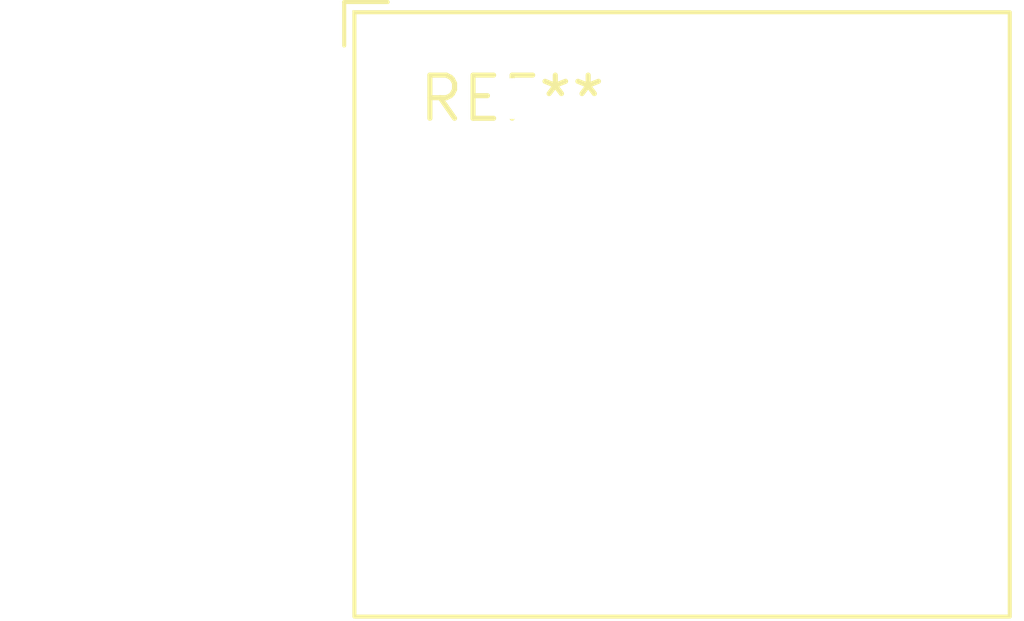
<source format=kicad_pcb>
(kicad_pcb (version 20240108) (generator pcbnew)
  (layers (0 "F.Cu" signal) (31 "B.Cu" signal) (34 "B.Paste" user) (35 "F.Paste" user) (36 "B.SilkS" user "B.Silkscreen") (37 "F.SilkS" user "F.Silkscreen") (38 "B.Mask" user) (39 "F.Mask" user) (44 "Edge.Cuts" user))
  (net 0 "")
  (footprint "Transformer_Zeming_ZMPT101K" (layer "F.Cu") (at 0 0)
    (property "Reference" "REF**")
    (property "Value" "Transformer_Zeming_ZMPT101K")
    (fp_line (start -4.94 -2.84) (end -3.66 -2.84) (layer "F.SilkS") (stroke (width 0.12)))
    (fp_line (start -4.94 -1.56) (end -4.94 -2.84) (layer "F.SilkS") (stroke (width 0.12)))
    (fp_rect (start -4.64 -2.54) (end 14.64 15.24) (layer "F.SilkS") (stroke (width 0.12)) (fill none))
    (pad "1" thru_hole rect (at 0 0) (size 2.2 2.2) (drill 1.2) (layers *.Cu *.Mask) (remove_unused_layers))
    (pad "2" thru_hole circle (at 0 12.7) (size 2.2 2.2) (drill 1.2) (layers *.Cu *.Mask) (remove_unused_layers))
    (pad "3" thru_hole circle (at 10 12.7) (size 2.2 2.2) (drill 1.2) (layers *.Cu *.Mask) (remove_unused_layers))
    (pad "4" thru_hole circle (at 10 0) (size 2.2 2.2) (drill 1.2) (layers *.Cu *.Mask) (remove_unused_layers))
  )
)
</source>
